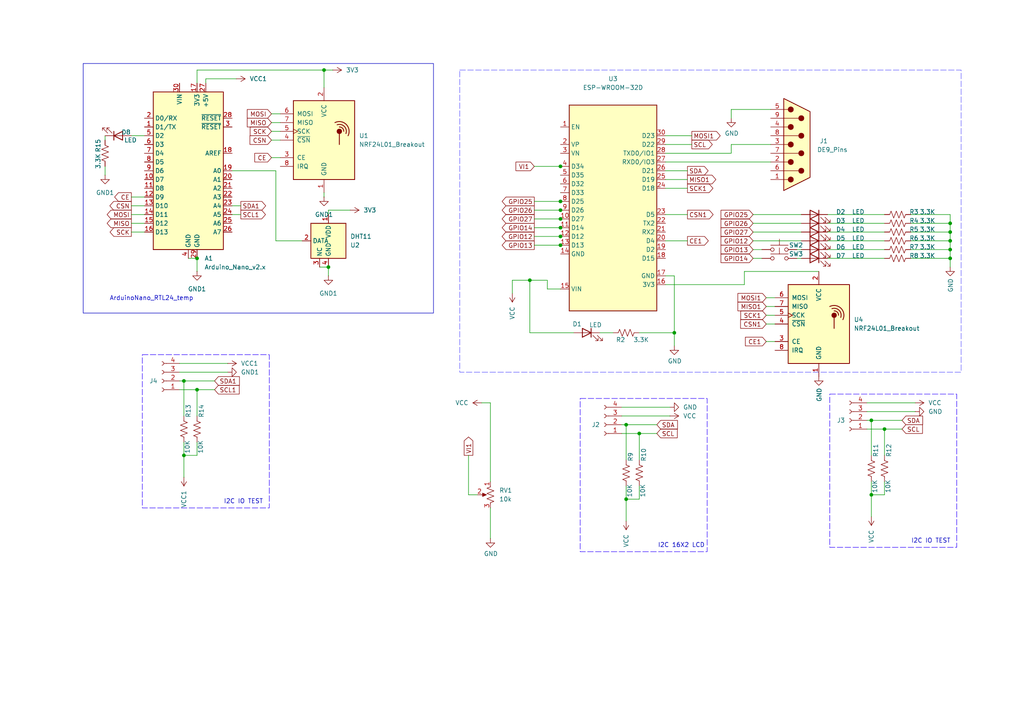
<source format=kicad_sch>
(kicad_sch (version 20250114) (generator "eeschema") (generator_version "9.0")
  (paper "A4")
  (lib_symbols
    (symbol "Add_new:ESP-WROOM-32D"
      (property "Reference" "U3" (at 0 3.81 0))
      (property "Value" "ESP-WROOM-32D" (at 0 1.27 0))
      (property "Footprint" "Add_New:ESP-WROOM-32D" (at 0 -1.27 0))
      (symbol "ESP-WROOM-32D_1_1"
        (rectangle (start -12.7 -3.81) (end 12.7 -63.5) (stroke (width 0.254)) (fill (type background)))
        (pin power_in line (at -15.24 -10.16 0) (length 2.54) (name "EN") (number "1"))
        (pin input line (at -15.24 -15.24 0) (length 2.54) (name "VP") (number "2"))
        (pin input line (at -15.24 -17.78 0) (length 2.54) (name "VN") (number "3"))
        (pin input line (at -15.24 -21.59 0) (length 2.54) (name "D34") (number "4"))
        (pin input line (at -15.24 -24.13 0) (length 2.54) (name "D35") (number "5"))
        (pin input line (at -15.24 -26.67 0) (length 2.54) (name "D32") (number "6"))
        (pin input line (at -15.24 -29.21 0) (length 2.54) (name "D33") (number "7"))
        (pin bidirectional line (at -15.24 -31.75 0) (length 2.54) (name "D25") (number "8"))
        (pin bidirectional line (at -15.24 -34.29 0) (length 2.54) (name "D26") (number "9"))
        (pin bidirectional line (at -15.24 -36.83 0) (length 2.54) (name "D27") (number "10"))
        (pin bidirectional line (at -15.24 -39.37 0) (length 2.54) (name "D14") (number "11"))
        (pin bidirectional line (at -15.24 -41.91 0) (length 2.54) (name "D12") (number "12"))
        (pin bidirectional line (at -15.24 -44.45 0) (length 2.54) (name "D13") (number "13"))
        (pin bidirectional line (at -15.24 -46.99 0) (length 2.54) (name "GND") (number "14"))
        (pin power_in line (at -15.24 -57.15 0) (length 2.54) (name "VIN") (number "15"))
        (pin bidirectional line (at 15.24 -12.7 180) (length 2.54) (name "D23") (number "30"))
        (pin bidirectional line (at 15.24 -15.24 180) (length 2.54) (name "D22") (number "29"))
        (pin bidirectional line (at 15.24 -17.78 180) (length 2.54) (name "TXD0/IO1") (number "28"))
        (pin bidirectional line (at 15.24 -20.32 180) (length 2.54) (name "RXD0/IO3") (number "27"))
        (pin bidirectional line (at 15.24 -22.86 180) (length 2.54) (name "D21") (number "26"))
        (pin bidirectional line (at 15.24 -25.4 180) (length 2.54) (name "D19") (number "25"))
        (pin bidirectional line (at 15.24 -27.94 180) (length 2.54) (name "D18") (number "24"))
        (pin bidirectional line (at 15.24 -35.56 180) (length 2.54) (name "D5") (number "23"))
        (pin bidirectional line (at 15.24 -38.1 180) (length 2.54) (name "TX2") (number "22"))
        (pin bidirectional line (at 15.24 -40.64 180) (length 2.54) (name "RX2") (number "21"))
        (pin bidirectional line (at 15.24 -43.18 180) (length 2.54) (name "D4") (number "20"))
        (pin bidirectional line (at 15.24 -45.72 180) (length 2.54) (name "D2") (number "19"))
        (pin bidirectional line (at 15.24 -48.26 180) (length 2.54) (name "D15") (number "18"))
        (pin power_in line (at 15.24 -53.34 180) (length 2.54) (name "GND") (number "17"))
        (pin power_in line (at 15.24 -55.88 180) (length 2.54) (name "3V3") (number "16"))
      )
    )
    (symbol "Connector:Conn_01x04_Socket" (pin_names (offset 1.016) (hide yes))
      (property "Reference" "J" (at 0 5.08 0))
      (property "Value" "Conn_01x04_Socket" (at 0 -7.62 0))
      (symbol "Conn_01x04_Socket_1_1"
        (polyline (pts (xy -1.27 2.54) (xy -0.508 2.54)) (stroke (width 0.1524)))
        (polyline (pts (xy -1.27 0) (xy -0.508 0)) (stroke (width 0.1524)))
        (polyline (pts (xy -1.27 -2.54) (xy -0.508 -2.54)) (stroke (width 0.1524)))
        (polyline (pts (xy -1.27 -5.08) (xy -0.508 -5.08)) (stroke (width 0.1524)))
        (arc (start 0 2.032) (mid -0.5058 2.54) (end 0 3.048) (stroke (width 0.1524)))
        (arc (start 0 -0.508) (mid -0.5058 0) (end 0 0.508) (stroke (width 0.1524)))
        (arc (start 0 -3.048) (mid -0.5058 -2.54) (end 0 -2.032) (stroke (width 0.1524)))
        (arc (start 0 -5.588) (mid -0.5058 -5.08) (end 0 -4.572) (stroke (width 0.1524)))
        (pin passive line (at -5.08 2.54 0) (length 3.81) (name "Pin_1") (number "1"))
        (pin passive line (at -5.08 0 0) (length 3.81) (name "Pin_2") (number "2"))
        (pin passive line (at -5.08 -2.54 0) (length 3.81) (name "Pin_3") (number "3"))
        (pin passive line (at -5.08 -5.08 0) (length 3.81) (name "Pin_4") (number "4"))
      )
    )
    (symbol "Connector:DE9_Pins" (pin_names (offset 1.016) (hide yes))
      (property "Reference" "J" (at 0 13.97 0))
      (property "Value" "DE9_Pins" (at 0 -14.605 0))
      (symbol "DE9_Pins_0_1"
        (polyline (pts (xy -3.81 10.16) (xy -2.54 10.16)))
        (polyline (pts (xy -3.81 7.62) (xy 0.508 7.62)))
        (polyline (pts (xy -3.81 5.08) (xy -2.54 5.08)))
        (polyline (pts (xy -3.81 2.54) (xy 0.508 2.54)))
        (polyline (pts (xy -3.81 0) (xy -2.54 0)))
        (polyline (pts (xy -3.81 -2.54) (xy 0.508 -2.54)))
        (polyline (pts (xy -3.81 -5.08) (xy -2.54 -5.08)))
        (polyline (pts (xy -3.81 -7.62) (xy 0.508 -7.62)))
        (polyline (pts (xy -3.81 -10.16) (xy -2.54 -10.16)))
        (polyline (pts (xy -3.81 -13.335) (xy -3.81 13.335) (xy 3.81 9.525) (xy 3.81 -9.525) (xy -3.81 -13.335)) (stroke (width 0.254)) (fill (type background)))
        (circle (center -1.778 10.16) (radius 0.762) (fill (type outline)))
        (circle (center -1.778 5.08) (radius 0.762) (fill (type outline)))
        (circle (center -1.778 0) (radius 0.762) (fill (type outline)))
        (circle (center -1.778 -5.08) (radius 0.762) (fill (type outline)))
        (circle (center -1.778 -10.16) (radius 0.762) (fill (type outline)))
        (circle (center 1.27 7.62) (radius 0.762) (fill (type outline)))
        (circle (center 1.27 2.54) (radius 0.762) (fill (type outline)))
        (circle (center 1.27 -2.54) (radius 0.762) (fill (type outline)))
        (circle (center 1.27 -7.62) (radius 0.762) (fill (type outline)))
      )
      (symbol "DE9_Pins_1_1"
        (pin passive line (at -7.62 10.16 0) (length 3.81) (name "5") (number "5"))
        (pin passive line (at -7.62 7.62 0) (length 3.81) (name "9") (number "9"))
        (pin passive line (at -7.62 5.08 0) (length 3.81) (name "4") (number "4"))
        (pin passive line (at -7.62 2.54 0) (length 3.81) (name "8") (number "8"))
        (pin passive line (at -7.62 0 0) (length 3.81) (name "3") (number "3"))
        (pin passive line (at -7.62 -2.54 0) (length 3.81) (name "7") (number "7"))
        (pin passive line (at -7.62 -5.08 0) (length 3.81) (name "2") (number "2"))
        (pin passive line (at -7.62 -7.62 0) (length 3.81) (name "6") (number "6"))
        (pin passive line (at -7.62 -10.16 0) (length 3.81) (name "1") (number "1"))
      )
    )
    (symbol "Device:LED" (pin_numbers (hide yes)) (pin_names (offset 1.016) (hide yes))
      (property "Reference" "D" (at 0 2.54 0))
      (property "Value" "LED" (at 0 -2.54 0))
      (symbol "LED_0_1"
        (polyline (pts (xy -3.048 -0.762) (xy -4.572 -2.286) (xy -3.81 -2.286) (xy -4.572 -2.286) (xy -4.572 -1.524)))
        (polyline (pts (xy -1.778 -0.762) (xy -3.302 -2.286) (xy -2.54 -2.286) (xy -3.302 -2.286) (xy -3.302 -1.524)))
        (polyline (pts (xy -1.27 0) (xy 1.27 0)))
        (polyline (pts (xy -1.27 -1.27) (xy -1.27 1.27)) (stroke (width 0.254)))
        (polyline (pts (xy 1.27 -1.27) (xy 1.27 1.27) (xy -1.27 0) (xy 1.27 -1.27)) (stroke (width 0.254)))
      )
      (symbol "LED_1_1"
        (pin passive line (at -3.81 0 0) (length 2.54) (name "K") (number "1"))
        (pin passive line (at 3.81 0 180) (length 2.54) (name "A") (number "2"))
      )
    )
    (symbol "Device:R_Potentiometer_US" (pin_names (offset 1.016) (hide yes))
      (property "Reference" "RV" (at -4.445 0 90))
      (property "Value" "R_Potentiometer_US" (at -2.54 0 90))
      (symbol "R_Potentiometer_US_0_1"
        (polyline (pts (xy 0 2.54) (xy 0 2.286)))
        (polyline (pts (xy 0 2.286) (xy 1.016 1.905) (xy 0 1.524) (xy -1.016 1.143) (xy 0 0.762)))
        (polyline (pts (xy 0 0.762) (xy 1.016 0.381) (xy 0 0) (xy -1.016 -0.381) (xy 0 -0.762)))
        (polyline (pts (xy 0 -0.762) (xy 1.016 -1.143) (xy 0 -1.524) (xy -1.016 -1.905) (xy 0 -2.286)))
        (polyline (pts (xy 0 -2.286) (xy 0 -2.54)))
        (polyline (pts (xy 1.143 0) (xy 2.286 0.508) (xy 2.286 -0.508) (xy 1.143 0)) (fill (type outline)))
        (polyline (pts (xy 2.54 0) (xy 1.524 0)))
      )
      (symbol "R_Potentiometer_US_1_1"
        (pin passive line (at 0 3.81 270) (length 1.27) (name "1") (number "1"))
        (pin passive line (at 0 -3.81 90) (length 1.27) (name "3") (number "3"))
        (pin passive line (at 3.81 0 180) (length 1.27) (name "2") (number "2"))
      )
    )
    (symbol "Device:R_US" (pin_numbers (hide yes)) (pin_names (offset 0))
      (property "Reference" "R" (at 2.54 0 90))
      (property "Value" "R_US" (at -2.54 0 90))
      (symbol "R_US_0_1"
        (polyline (pts (xy 0 2.286) (xy 0 2.54)))
        (polyline (pts (xy 0 2.286) (xy 1.016 1.905) (xy 0 1.524) (xy -1.016 1.143) (xy 0 0.762)))
        (polyline (pts (xy 0 0.762) (xy 1.016 0.381) (xy 0 0) (xy -1.016 -0.381) (xy 0 -0.762)))
        (polyline (pts (xy 0 -0.762) (xy 1.016 -1.143) (xy 0 -1.524) (xy -1.016 -1.905) (xy 0 -2.286)))
        (polyline (pts (xy 0 -2.286) (xy 0 -2.54)))
      )
      (symbol "R_US_1_1"
        (pin passive line (at 0 3.81 270) (length 1.27) (name "~") (number "1"))
        (pin passive line (at 0 -3.81 90) (length 1.27) (name "~") (number "2"))
      )
    )
    (symbol "MCU_Module:Arduino_Nano_v2.x"
      (property "Reference" "A" (at -10.16 23.495 0))
      (property "Value" "Arduino_Nano_v2.x" (at 5.08 -24.13 0))
      (symbol "Arduino_Nano_v2.x_0_1"
        (rectangle (start -10.16 22.86) (end 10.16 -22.86) (stroke (width 0.254)) (fill (type background)))
      )
      (symbol "Arduino_Nano_v2.x_1_1"
        (pin bidirectional line (at -12.7 15.24 0) (length 2.54) (name "D0/RX") (number "2"))
        (pin bidirectional line (at -12.7 12.7 0) (length 2.54) (name "D1/TX") (number "1"))
        (pin bidirectional line (at -12.7 10.16 0) (length 2.54) (name "D2") (number "5"))
        (pin bidirectional line (at -12.7 7.62 0) (length 2.54) (name "D3") (number "6"))
        (pin bidirectional line (at -12.7 5.08 0) (length 2.54) (name "D4") (number "7"))
        (pin bidirectional line (at -12.7 2.54 0) (length 2.54) (name "D5") (number "8"))
        (pin bidirectional line (at -12.7 0 0) (length 2.54) (name "D6") (number "9"))
        (pin bidirectional line (at -12.7 -2.54 0) (length 2.54) (name "D7") (number "10"))
        (pin bidirectional line (at -12.7 -5.08 0) (length 2.54) (name "D8") (number "11"))
        (pin bidirectional line (at -12.7 -7.62 0) (length 2.54) (name "D9") (number "12"))
        (pin bidirectional line (at -12.7 -10.16 0) (length 2.54) (name "D10") (number "13"))
        (pin bidirectional line (at -12.7 -12.7 0) (length 2.54) (name "D11") (number "14"))
        (pin bidirectional line (at -12.7 -15.24 0) (length 2.54) (name "D12") (number "15"))
        (pin bidirectional line (at -12.7 -17.78 0) (length 2.54) (name "D13") (number "16"))
        (pin power_in line (at -2.54 25.4 270) (length 2.54) (name "VIN") (number "30"))
        (pin power_in line (at 0 -25.4 90) (length 2.54) (name "GND") (number "4"))
        (pin power_out line (at 2.54 25.4 270) (length 2.54) (name "3V3") (number "17"))
        (pin power_in line (at 2.54 -25.4 90) (length 2.54) (name "GND") (number "29"))
        (pin power_out line (at 5.08 25.4 270) (length 2.54) (name "+5V") (number "27"))
        (pin input line (at 12.7 15.24 180) (length 2.54) (name "~{RESET}") (number "28"))
        (pin input line (at 12.7 12.7 180) (length 2.54) (name "~{RESET}") (number "3"))
        (pin input line (at 12.7 5.08 180) (length 2.54) (name "AREF") (number "18"))
        (pin bidirectional line (at 12.7 0 180) (length 2.54) (name "A0") (number "19"))
        (pin bidirectional line (at 12.7 -2.54 180) (length 2.54) (name "A1") (number "20"))
        (pin bidirectional line (at 12.7 -5.08 180) (length 2.54) (name "A2") (number "21"))
        (pin bidirectional line (at 12.7 -7.62 180) (length 2.54) (name "A3") (number "22"))
        (pin bidirectional line (at 12.7 -10.16 180) (length 2.54) (name "A4") (number "23"))
        (pin bidirectional line (at 12.7 -12.7 180) (length 2.54) (name "A5") (number "24"))
        (pin bidirectional line (at 12.7 -15.24 180) (length 2.54) (name "A6") (number "25"))
        (pin bidirectional line (at 12.7 -17.78 180) (length 2.54) (name "A7") (number "26"))
      )
    )
    (symbol "RF:NRF24L01_Breakout" (pin_names (offset 1.016))
      (property "Reference" "U" (at -8.89 12.7 0))
      (property "Value" "NRF24L01_Breakout" (at 3.81 12.7 0))
      (symbol "NRF24L01_Breakout_0_1"
        (rectangle (start -8.89 11.43) (end 8.89 -11.43) (stroke (width 0.254)) (fill (type background)))
        (arc (start 3.175 5.08) (mid 6.453 4.548) (end 6.985 1.27) (stroke (width 0.254)))
        (circle (center 4.445 2.54) (radius 0.635) (stroke (width 0.254)) (fill (type outline)))
        (polyline (pts (xy 4.445 1.905) (xy 4.445 -1.27)) (stroke (width 0.254)))
        (arc (start 3.81 4.445) (mid 5.8835 3.9785) (end 6.35 1.905) (stroke (width 0.254)))
        (arc (start 4.445 3.81) (mid 5.3558 3.4508) (end 5.715 2.54) (stroke (width 0.254)))
      )
      (symbol "NRF24L01_Breakout_1_1"
        (pin input line (at -12.7 7.62 0) (length 3.81) (name "MOSI") (number "6"))
        (pin output line (at -12.7 5.08 0) (length 3.81) (name "MISO") (number "7"))
        (pin input clock (at -12.7 2.54 0) (length 3.81) (name "SCK") (number "5"))
        (pin input line (at -12.7 0 0) (length 3.81) (name "~{CSN}") (number "4"))
        (pin input line (at -12.7 -5.08 0) (length 3.81) (name "CE") (number "3"))
        (pin output line (at -12.7 -7.62 0) (length 3.81) (name "IRQ") (number "8"))
        (pin power_in line (at 0 15.24 270) (length 3.81) (name "VCC") (number "2"))
        (pin power_in line (at 0 -15.24 90) (length 3.81) (name "GND") (number "1"))
      )
    )
    (symbol "Sensor:DHT11"
      (property "Reference" "U2" (at -6.35 -1.2701 0))
      (property "Value" "DHT11" (at -6.35 1.2699 0))
      (symbol "DHT11_0_1"
        (rectangle (start -5.08 5.08) (end 5.08 -5.08) (stroke (width 0.254)) (fill (type background)))
      )
      (symbol "DHT11_1_1"
        (pin no_connect line (at -5.08 0 0) (length 2.54) (hide yes) (name "NC") (number "3"))
        (pin power_in line (at 0 7.62 270) (length 2.54) (name "VDD") (number "1"))
        (pin power_in line (at 0 -7.62 90) (length 2.54) (name "GND") (number "4"))
        (pin power_in line (at 2.54 -7.62 90) (length 2.54) (name "NC") (number "3"))
        (pin bidirectional line (at 7.62 0 180) (length 2.54) (name "DATA") (number "2"))
      )
    )
    (symbol "Switch:SW_Push" (pin_numbers (hide yes)) (pin_names (offset 1.016) (hide yes))
      (property "Reference" "SW" (at 1.27 2.54 0))
      (property "Value" "SW_Push" (at 0 -1.524 0))
      (symbol "SW_Push_0_1"
        (circle (center -2.032 0) (radius 0.508))
        (polyline (pts (xy 0 1.27) (xy 0 3.048)))
        (circle (center 2.032 0) (radius 0.508))
        (polyline (pts (xy 2.54 1.27) (xy -2.54 1.27)))
        (pin passive line (at -5.08 0 0) (length 2.54) (name "1") (number "1"))
        (pin passive line (at 5.08 0 180) (length 2.54) (name "2") (number "2"))
      )
    )
    (symbol "power:GND" (power) (pin_numbers (hide yes)) (pin_names (offset 0) (hide yes))
      (property "Value" "GND" (at 0 -3.81 0))
      (symbol "GND_0_1"
        (polyline (pts (xy 0 0) (xy 0 -1.27) (xy 1.27 -1.27) (xy 0 -2.54) (xy -1.27 -1.27) (xy 0 -1.27)))
      )
      (symbol "GND_1_1"
        (pin power_in line (at 0 0 270) (length 0) (name "~") (number "1"))
      )
    )
    (symbol "power:VCC" (power) (pin_numbers (hide yes)) (pin_names (offset 0) (hide yes))
      (property "Value" "VCC" (at 0 3.556 0))
      (symbol "VCC_0_1"
        (polyline (pts (xy -0.762 1.27) (xy 0 2.54)))
        (polyline (pts (xy 0 2.54) (xy 0.762 1.27)))
        (polyline (pts (xy 0 0) (xy 0 2.54)))
      )
      (symbol "VCC_1_1"
        (pin power_in line (at 0 0 90) (length 0) (name "~") (number "1"))
      )
    )
  )
  (rectangle (start 240.665 114.3) (end 277.495 158.75) (stroke (width 0) (type dash) (color 50 9 255 1)))
  (rectangle (start 133.35 20.32) (end 278.765 107.95) (stroke (width 0) (type dash) (color 99 93 255 1)))
  (rectangle (start 41.275 102.87) (end 78.105 147.32) (stroke (width 0) (type dash) (color 50 9 255 1)))
  (rectangle (start 168.275 115.57) (end 205.105 160.02) (stroke (width 0) (type dash) (color 50 9 255 1)))
  (rectangle (start 24.13 18.415) (end 125.73 90.805))
  (text "I2C IO TEST" (at 270.002 156.972 0) (effects (font (size 1.27 1.27))))
  (text "I2C 16X2 LCD" (at 197.612 158.242 0) (effects (font (size 1.27 1.27))))
  (text "I2C IO TEST" (at 70.612 145.542 0) (effects (font (size 1.27 1.27))))
  (text "ArduinoNano_RTL24_temp" (at 43.942 86.614 0) (effects (font (size 1.27 1.27))))
  (junction (at 185.42 125.73))
  (junction (at 256.54 124.46))
  (junction (at 162.56 66.04))
  (junction (at 57.15 113.03))
  (junction (at 252.73 121.92))
  (junction (at 275.59 72.39))
  (junction (at 93.98 20.32))
  (junction (at 162.56 60.96))
  (junction (at 95.25 77.47))
  (junction (at 162.56 48.26))
  (junction (at 275.59 74.93))
  (junction (at 162.56 63.5))
  (junction (at 181.61 144.78))
  (junction (at 53.34 110.49))
  (junction (at 181.61 123.19))
  (junction (at 195.58 96.52))
  (junction (at 252.73 143.51))
  (junction (at 153.67 81.28))
  (junction (at 275.59 67.31))
  (junction (at 162.56 71.12))
  (junction (at 53.34 132.08))
  (junction (at 57.15 74.93))
  (junction (at 162.56 68.58))
  (junction (at 162.56 58.42))
  (junction (at 275.59 64.77))
  (junction (at 275.59 69.85))
  (wire (pts (xy 162.56 68.58) (xy 162.5849 68.58)))
  (wire (pts (xy 162.5849 63.5) (xy 162.56 63.5)))
  (wire (pts (xy 30.48 48.26) (xy 30.48 50.8)))
  (wire (pts (xy 275.59 62.23) (xy 275.59 64.77)))
  (wire (pts (xy 68.58 22.86) (xy 59.69 22.86)))
  (wire (pts (xy 57.15 113.03) (xy 57.15 120.65)))
  (wire (pts (xy 67.31 59.69) (xy 69.85 59.69)))
  (wire (pts (xy 38.1 59.69) (xy 41.91 59.69)))
  (wire (pts (xy 158.75 83.82) (xy 162.56 83.82)))
  (wire (pts (xy 252.73 121.92) (xy 261.62 121.92)))
  (wire (pts (xy 181.61 144.78) (xy 181.61 151.13)))
  (wire (pts (xy 92.71 77.47) (xy 95.25 77.47)))
  (wire (pts (xy 138.43 143.51) (xy 135.89 143.51)))
  (wire (pts (xy 185.42 140.97) (xy 185.42 144.78)))
  (wire (pts (xy 218.44 62.23) (xy 232.41 62.23)))
  (wire (pts (xy 67.31 49.53) (xy 80.01 49.53)))
  (wire (pts (xy 275.59 74.93) (xy 275.59 77.47)))
  (wire (pts (xy 222.25 99.06) (xy 224.79 99.06)))
  (wire (pts (xy 193.04 52.07) (xy 199.39 52.07)))
  (wire (pts (xy 53.34 128.27) (xy 53.34 132.08)))
  (wire (pts (xy 275.59 72.39) (xy 275.59 74.93)))
  (wire (pts (xy 153.67 81.28) (xy 158.75 81.28)))
  (wire (pts (xy 53.34 110.49) (xy 62.23 110.49)))
  (wire (pts (xy 181.61 123.19) (xy 190.5 123.19)))
  (wire (pts (xy 80.01 69.85) (xy 87.63 69.85)))
  (wire (pts (xy 222.25 93.98) (xy 224.79 93.98)))
  (wire (pts (xy 193.04 44.45) (xy 212.09 44.45)))
  (wire (pts (xy 166.37 96.52) (xy 153.67 96.52)))
  (wire (pts (xy 240.03 64.77) (xy 256.54 64.77)))
  (wire (pts (xy 180.34 125.73) (xy 185.42 125.73)))
  (wire (pts (xy 212.09 41.91) (xy 223.52 41.91)))
  (wire (pts (xy 162.5849 58.42) (xy 162.56 58.42)))
  (wire (pts (xy 193.04 69.85) (xy 199.39 69.85)))
  (wire (pts (xy 57.15 128.27) (xy 57.15 132.08)))
  (wire (pts (xy 256.54 124.46) (xy 261.62 124.46)))
  (wire (pts (xy 95.25 60.96) (xy 101.6 60.96)))
  (wire (pts (xy 67.31 62.23) (xy 69.85 62.23)))
  (wire (pts (xy 80.01 49.53) (xy 80.01 69.85)))
  (wire (pts (xy 240.03 72.39) (xy 256.54 72.39)))
  (wire (pts (xy 195.58 80.01) (xy 195.58 96.52)))
  (wire (pts (xy 162.5849 55.88) (xy 162.56 55.88)))
  (wire (pts (xy 142.24 116.84) (xy 139.7 116.84)))
  (wire (pts (xy 57.15 132.08) (xy 53.34 132.08)))
  (wire (pts (xy 38.1 39.37) (xy 41.91 39.37)))
  (wire (pts (xy 193.04 54.61) (xy 199.39 54.61)))
  (wire (pts (xy 38.1 57.15) (xy 41.91 57.15)))
  (wire (pts (xy 240.03 62.23) (xy 256.54 62.23)))
  (wire (pts (xy 215.9 82.55) (xy 215.9 78.74)))
  (wire (pts (xy 256.54 124.46) (xy 256.54 132.08)))
  (wire (pts (xy 162.5849 53.34) (xy 162.56 53.34)))
  (wire (pts (xy 240.03 69.85) (xy 256.54 69.85)))
  (wire (pts (xy 218.44 64.77) (xy 232.41 64.77)))
  (wire (pts (xy 52.07 107.95) (xy 66.04 107.95)))
  (wire (pts (xy 53.34 110.49) (xy 53.34 120.65)))
  (wire (pts (xy 218.44 72.39) (xy 220.98 72.39)))
  (wire (pts (xy 185.42 96.52) (xy 195.58 96.52)))
  (wire (pts (xy 240.03 67.31) (xy 256.54 67.31)))
  (wire (pts (xy 135.89 143.51) (xy 135.89 132.08)))
  (wire (pts (xy 264.16 67.31) (xy 275.59 67.31)))
  (wire (pts (xy 212.09 31.75) (xy 212.09 34.29)))
  (wire (pts (xy 162.56 60.96) (xy 162.5849 60.96)))
  (wire (pts (xy 57.15 24.13) (xy 57.15 20.32)))
  (wire (pts (xy 78.74 35.56) (xy 81.28 35.56)))
  (wire (pts (xy 251.46 124.46) (xy 256.54 124.46)))
  (wire (pts (xy 158.75 81.28) (xy 158.75 83.82)))
  (wire (pts (xy 154.9649 60.96) (xy 162.56 60.96)))
  (wire (pts (xy 264.16 72.39) (xy 275.59 72.39)))
  (wire (pts (xy 193.04 62.23) (xy 199.39 62.23)))
  (wire (pts (xy 251.46 121.92) (xy 252.73 121.92)))
  (wire (pts (xy 215.9 78.74) (xy 237.49 78.74)))
  (wire (pts (xy 57.15 20.32) (xy 93.98 20.32)))
  (wire (pts (xy 173.99 96.52) (xy 177.8 96.52)))
  (wire (pts (xy 185.42 125.73) (xy 190.5 125.73)))
  (wire (pts (xy 30.48 39.37) (xy 30.48 40.64)))
  (wire (pts (xy 264.16 62.23) (xy 275.59 62.23)))
  (wire (pts (xy 180.34 118.11) (xy 194.31 118.11)))
  (wire (pts (xy 78.74 38.1) (xy 81.28 38.1)))
  (wire (pts (xy 180.34 123.19) (xy 181.61 123.19)))
  (wire (pts (xy 264.16 74.93) (xy 275.59 74.93)))
  (wire (pts (xy 78.74 40.64) (xy 81.28 40.64)))
  (wire (pts (xy 162.56 66.04) (xy 162.5849 66.04)))
  (wire (pts (xy 38.1 62.23) (xy 41.91 62.23)))
  (wire (pts (xy 53.34 132.08) (xy 53.34 138.43)))
  (wire (pts (xy 153.67 96.52) (xy 153.67 81.28)))
  (wire (pts (xy 195.58 96.52) (xy 195.58 100.33)))
  (wire (pts (xy 275.59 64.77) (xy 275.59 67.31)))
  (wire (pts (xy 93.98 55.88) (xy 93.98 57.15)))
  (wire (pts (xy 275.59 69.85) (xy 275.59 72.39)))
  (wire (pts (xy 93.98 20.32) (xy 93.98 25.4)))
  (wire (pts (xy 218.44 67.31) (xy 232.41 67.31)))
  (wire (pts (xy 222.25 86.36) (xy 224.79 86.36)))
  (wire (pts (xy 251.46 119.38) (xy 265.43 119.38)))
  (wire (pts (xy 256.54 139.7) (xy 256.54 143.51)))
  (wire (pts (xy 275.59 67.31) (xy 275.59 69.85)))
  (wire (pts (xy 57.15 74.93) (xy 57.15 78.74)))
  (wire (pts (xy 38.1 67.31) (xy 41.91 67.31)))
  (wire (pts (xy 193.04 49.53) (xy 199.39 49.53)))
  (wire (pts (xy 193.04 41.91) (xy 200.66 41.91)))
  (wire (pts (xy 193.04 46.99) (xy 223.52 46.99)))
  (wire (pts (xy 162.5849 50.8) (xy 162.56 50.8)))
  (wire (pts (xy 193.04 39.37) (xy 200.66 39.37)))
  (wire (pts (xy 162.5849 48.26) (xy 162.56 48.26)))
  (wire (pts (xy 142.24 116.84) (xy 142.24 139.7)))
  (wire (pts (xy 52.07 110.49) (xy 53.34 110.49)))
  (wire (pts (xy 180.34 120.65) (xy 194.31 120.65)))
  (wire (pts (xy 218.44 69.85) (xy 232.41 69.85)))
  (wire (pts (xy 193.04 80.01) (xy 195.58 80.01)))
  (wire (pts (xy 54.61 74.93) (xy 57.15 74.93)))
  (wire (pts (xy 212.09 41.91) (xy 212.09 44.45)))
  (wire (pts (xy 231.14 74.93) (xy 232.41 74.93)))
  (wire (pts (xy 212.09 31.75) (xy 223.52 31.75)))
  (wire (pts (xy 38.1 64.77) (xy 41.91 64.77)))
  (wire (pts (xy 218.44 74.93) (xy 220.98 74.93)))
  (wire (pts (xy 181.61 140.97) (xy 181.61 144.78)))
  (wire (pts (xy 154.9649 71.12) (xy 162.56 71.12)))
  (wire (pts (xy 93.98 20.32) (xy 96.52 20.32)))
  (wire (pts (xy 78.74 45.72) (xy 81.28 45.72)))
  (wire (pts (xy 240.03 74.93) (xy 256.54 74.93)))
  (wire (pts (xy 52.07 113.03) (xy 57.15 113.03)))
  (wire (pts (xy 264.16 69.85) (xy 275.59 69.85)))
  (wire (pts (xy 154.9649 66.04) (xy 162.56 66.04)))
  (wire (pts (xy 95.25 77.47) (xy 95.25 80.01)))
  (wire (pts (xy 162.56 48.26) (xy 154.9649 48.26)))
  (wire (pts (xy 256.54 143.51) (xy 252.73 143.51)))
  (wire (pts (xy 162.56 58.42) (xy 154.9649 58.42)))
  (wire (pts (xy 252.73 121.92) (xy 252.73 132.08)))
  (wire (pts (xy 222.25 91.44) (xy 224.79 91.44)))
  (wire (pts (xy 264.16 64.77) (xy 275.59 64.77)))
  (wire (pts (xy 252.73 139.7) (xy 252.73 143.51)))
  (wire (pts (xy 251.46 116.84) (xy 265.43 116.84)))
  (wire (pts (xy 185.42 125.73) (xy 185.42 133.35)))
  (wire (pts (xy 148.59 81.28) (xy 153.67 81.28)))
  (wire (pts (xy 222.25 88.9) (xy 224.79 88.9)))
  (wire (pts (xy 57.15 113.03) (xy 62.23 113.03)))
  (wire (pts (xy 181.61 123.19) (xy 181.61 133.35)))
  (wire (pts (xy 193.04 82.55) (xy 215.9 82.55)))
  (wire (pts (xy 148.59 81.28) (xy 148.59 85.09)))
  (wire (pts (xy 252.73 143.51) (xy 252.73 149.86)))
  (wire (pts (xy 52.07 105.41) (xy 66.04 105.41)))
  (wire (pts (xy 231.14 72.39) (xy 232.41 72.39)))
  (wire (pts (xy 185.42 144.78) (xy 181.61 144.78)))
  (wire (pts (xy 154.94 68.58) (xy 162.56 68.58)))
  (wire (pts (xy 59.69 22.86) (xy 59.69 24.13)))
  (wire (pts (xy 78.74 33.02) (xy 81.28 33.02)))
  (wire (pts (xy 95.25 60.96) (xy 95.25 62.23)))
  (wire (pts (xy 162.56 71.12) (xy 162.5849 71.12)))
  (wire (pts (xy 162.56 63.5) (xy 154.9649 63.5)))
  (wire (pts (xy 142.24 147.32) (xy 142.24 156.21)))
  (global_label "MOSI" (shape input) (at 78.74 33.02 180) (property "Intersheetrefs" "${INTERSHEET_REFS}" (effects (hide yes))))
  (global_label "GPIO12" (shape input) (at 218.44 69.85 180) (property "Intersheetrefs" "${INTERSHEET_REFS}" (effects (hide yes))))
  (global_label "VI1" (shape output) (at 135.89 132.08 90) (property "Intersheetrefs" "${INTERSHEET_REFS}" (effects (hide yes))))
  (global_label "MISO" (shape input) (at 78.74 35.56 180) (property "Intersheetrefs" "${INTERSHEET_REFS}" (effects (hide yes))))
  (global_label "SCL" (shape output) (at 200.66 41.91 0) (property "Intersheetrefs" "${INTERSHEET_REFS}" (effects (hide yes))))
  (global_label "SDA1" (shape input) (at 62.23 110.49 0) (property "Intersheetrefs" "${INTERSHEET_REFS}" (effects (hide yes))))
  (global_label "GPIO25" (shape output) (at 154.9649 58.42 180) (property "Intersheetrefs" "${INTERSHEET_REFS}" (effects (hide yes))))
  (global_label "GPIO14" (shape output) (at 154.9649 66.04 180) (property "Intersheetrefs" "${INTERSHEET_REFS}" (effects (hide yes))))
  (global_label "CSN1" (shape output) (at 199.39 62.23 0) (property "Intersheetrefs" "${INTERSHEET_REFS}" (effects (hide yes))))
  (global_label "SCK" (shape input) (at 78.74 38.1 180) (property "Intersheetrefs" "${INTERSHEET_REFS}" (effects (hide yes))))
  (global_label "CE" (shape input) (at 78.74 45.72 180) (property "Intersheetrefs" "${INTERSHEET_REFS}" (effects (hide yes))))
  (global_label "GPIO27" (shape output) (at 154.9649 63.5 180) (property "Intersheetrefs" "${INTERSHEET_REFS}" (effects (hide yes))))
  (global_label "SCK1" (shape output) (at 199.39 54.61 0) (property "Intersheetrefs" "${INTERSHEET_REFS}" (effects (hide yes))))
  (global_label "MOSI" (shape output) (at 38.1 62.23 180) (property "Intersheetrefs" "${INTERSHEET_REFS}" (effects (hide yes))))
  (global_label "SCL" (shape input) (at 190.5 125.73 0) (property "Intersheetrefs" "${INTERSHEET_REFS}" (effects (hide yes))))
  (global_label "MISO1" (shape output) (at 199.39 52.07 0) (property "Intersheetrefs" "${INTERSHEET_REFS}" (effects (hide yes))))
  (global_label "SCL1" (shape output) (at 69.85 62.23 0) (property "Intersheetrefs" "${INTERSHEET_REFS}" (effects (hide yes))))
  (global_label "CSN" (shape input) (at 78.74 40.64 180) (property "Intersheetrefs" "${INTERSHEET_REFS}" (effects (hide yes))))
  (global_label "CSN" (shape output) (at 38.1 59.69 180) (property "Intersheetrefs" "${INTERSHEET_REFS}" (effects (hide yes))))
  (global_label "GPIO14" (shape input) (at 218.44 74.93 180) (property "Intersheetrefs" "${INTERSHEET_REFS}" (effects (hide yes))))
  (global_label "CE" (shape output) (at 38.1 57.15 180) (property "Intersheetrefs" "${INTERSHEET_REFS}" (effects (hide yes))))
  (global_label "SCL" (shape input) (at 261.62 124.46 0) (property "Intersheetrefs" "${INTERSHEET_REFS}" (effects (hide yes))))
  (global_label "MOSI1" (shape output) (at 200.66 39.37 0) (property "Intersheetrefs" "${INTERSHEET_REFS}" (effects (hide yes))))
  (global_label "GPIO25" (shape input) (at 218.44 62.23 180) (property "Intersheetrefs" "${INTERSHEET_REFS}" (effects (hide yes))))
  (global_label "SDA" (shape output) (at 199.39 49.53 0) (property "Intersheetrefs" "${INTERSHEET_REFS}" (effects (hide yes))))
  (global_label "SDA" (shape input) (at 190.5 123.19 0) (property "Intersheetrefs" "${INTERSHEET_REFS}" (effects (hide yes))))
  (global_label "GPIO12" (shape output) (at 154.94 68.58 180) (property "Intersheetrefs" "${INTERSHEET_REFS}" (effects (hide yes))))
  (global_label "SCL1" (shape input) (at 62.23 113.03 0) (property "Intersheetrefs" "${INTERSHEET_REFS}" (effects (hide yes))))
  (global_label "CE1" (shape input) (at 222.25 99.06 180) (property "Intersheetrefs" "${INTERSHEET_REFS}" (effects (hide yes))))
  (global_label "MOSI1" (shape input) (at 222.25 86.36 180) (property "Intersheetrefs" "${INTERSHEET_REFS}" (effects (hide yes))))
  (global_label "SCK" (shape output) (at 38.1 67.31 180) (property "Intersheetrefs" "${INTERSHEET_REFS}" (effects (hide yes))))
  (global_label "VI1" (shape input) (at 154.9649 48.26 180) (property "Intersheetrefs" "${INTERSHEET_REFS}" (effects (hide yes))))
  (global_label "GPIO26" (shape input) (at 218.44 64.77 180) (property "Intersheetrefs" "${INTERSHEET_REFS}" (effects (hide yes))))
  (global_label "MISO" (shape output) (at 38.1 64.77 180) (property "Intersheetrefs" "${INTERSHEET_REFS}" (effects (hide yes))))
  (global_label "SDA" (shape input) (at 261.62 121.92 0) (property "Intersheetrefs" "${INTERSHEET_REFS}" (effects (hide yes))))
  (global_label "CSN1" (shape input) (at 222.25 93.98 180) (property "Intersheetrefs" "${INTERSHEET_REFS}" (effects (hide yes))))
  (global_label "GPIO13" (shape output) (at 154.9649 71.12 180) (property "Intersheetrefs" "${INTERSHEET_REFS}" (effects (hide yes))))
  (global_label "CE1" (shape output) (at 199.39 69.85 0) (property "Intersheetrefs" "${INTERSHEET_REFS}" (effects (hide yes))))
  (global_label "GPIO13" (shape input) (at 218.44 72.39 180) (property "Intersheetrefs" "${INTERSHEET_REFS}" (effects (hide yes))))
  (global_label "SCK1" (shape input) (at 222.25 91.44 180) (property "Intersheetrefs" "${INTERSHEET_REFS}" (effects (hide yes))))
  (global_label "GPIO26" (shape output) (at 154.9649 60.96 180) (property "Intersheetrefs" "${INTERSHEET_REFS}" (effects (hide yes))))
  (global_label "SDA1" (shape output) (at 69.85 59.69 0) (property "Intersheetrefs" "${INTERSHEET_REFS}" (effects (hide yes))))
  (global_label "MISO1" (shape input) (at 222.25 88.9 180) (property "Intersheetrefs" "${INTERSHEET_REFS}" (effects (hide yes))))
  (global_label "GPIO27" (shape input) (at 218.44 67.31 180) (property "Intersheetrefs" "${INTERSHEET_REFS}" (effects (hide yes))))
  (symbol (lib_id "power:GND") (at 275.59 77.47 0) (unit 1)
    (property "Reference" "#PWR034" (effects (hide yes)))
    (property "Value" "GND" (at 275.717 80.7212 90) (effects (justify right)))
  )
  (symbol (lib_id "power:GND") (at 30.48 50.8 0) (unit 1)
    (property "Reference" "#PWR09" (effects (hide yes)))
    (property "Value" "GND1" (at 30.48 55.88 0))
    (property "Description" "Power symbol creates a global label with name \"GND\" , ground" (effects (hide yes)))
  )
  (symbol (lib_id "Switch:SW_Push") (at 226.06 74.93 0) (unit 1)
    (property "Reference" "SW3" (at 230.886 73.66 0))
    (property "Value" "SW_Push" (effects (hide yes)))
    (property "Footprint" "Button_Switch_THT:SW_DIP_SPSTx01_Slide_6.7x4.1mm_W7.62mm_P2.54mm_LowProfile" (effects (hide yes)))
    (property "Description" "Push button switch, generic, two pins" (effects (hide yes)))
  )
  (symbol (lib_id "power:VCC") (at 66.04 105.41 270) (unit 1)
    (property "Reference" "#PWR039" (effects (hide yes)))
    (property "Value" "VCC1" (at 69.85 105.41 90) (effects (justify left)))
  )
  (symbol (lib_id "Device:LED") (at 236.22 74.93 0) (mirror y) (unit 1)
    (property "Reference" "D7" (at 243.84 74.168 0))
    (property "Value" "LED" (at 248.92 74.168 0))
    (property "Footprint" "LED_THT:LED_D3.0mm_Horizontal_O1.27mm_Z2.0mm" (effects (hide yes)))
    (property "Description" "Light emitting diode" (effects (hide yes)))
    (property "Sim.Pins" "1=K 2=A" (effects (hide yes)))
  )
  (symbol (lib_id "Device:R_US") (at 185.42 137.16 0) (unit 1)
    (property "Reference" "R10" (at 186.69 133.858 90) (effects (justify left)))
    (property "Value" "10K" (at 186.436 144.272 90) (effects (justify left)))
    (property "Footprint" "Resistor_THT:R_Axial_DIN0204_L3.6mm_D1.6mm_P5.08mm_Horizontal" (effects (hide yes)))
    (property "Description" "Resistor, US symbol" (effects (hide yes)))
  )
  (symbol (lib_id "power:GND") (at 93.98 57.15 0) (unit 1)
    (property "Reference" "#PWR03" (effects (hide yes)))
    (property "Value" "GND1" (at 93.98 62.23 0))
    (property "Description" "Power symbol creates a global label with name \"GND\" , ground" (effects (hide yes)))
  )
  (symbol (lib_id "Device:LED") (at 170.18 96.52 0) (mirror y) (unit 1)
    (property "Reference" "D1" (at 167.386 93.98 0))
    (property "Value" "LED" (at 172.72 94.234 0))
    (property "Footprint" "LED_THT:LED_D3.0mm_Horizontal_O1.27mm_Z2.0mm" (effects (hide yes)))
    (property "Description" "Light emitting diode" (effects (hide yes)))
    (property "Sim.Pins" "1=K 2=A" (effects (hide yes)))
  )
  (symbol (lib_id "power:GND") (at 66.04 107.95 90) (unit 1)
    (property "Reference" "#PWR040" (effects (hide yes)))
    (property "Value" "GND1" (at 69.85 107.9499 90) (effects (justify right)))
    (property "Description" "Power symbol creates a global label with name \"GND\" , ground" (effects (hide yes)))
  )
  (symbol (lib_id "Connector:Conn_01x04_Socket") (at 175.26 123.19 180) (unit 1)
    (property "Reference" "J2" (at 173.99 123.1901 0) (effects (justify left)))
    (property "Value" "Conn_01x04_Socket" (effects (hide yes)))
    (property "Footprint" "Add_New:CONN_PPPC041LGBN-RC_SUL" (effects (hide yes)))
    (property "Description" "Generic connector, single row, 01x04, script generated" (effects (hide yes)))
  )
  (symbol (lib_id "Device:R_US") (at 256.54 135.89 0) (unit 1)
    (property "Reference" "R12" (at 257.81 132.588 90) (effects (justify left)))
    (property "Value" "10K" (at 257.556 143.002 90) (effects (justify left)))
    (property "Footprint" "Resistor_THT:R_Axial_DIN0204_L3.6mm_D1.6mm_P5.08mm_Horizontal" (effects (hide yes)))
    (property "Description" "Resistor, US symbol" (effects (hide yes)))
  )
  (symbol (lib_id "Device:R_US") (at 252.73 135.89 0) (unit 1)
    (property "Reference" "R11" (at 254 132.588 90) (effects (justify left)))
    (property "Value" "10K" (at 253.746 143.002 90) (effects (justify left)))
    (property "Footprint" "Resistor_THT:R_Axial_DIN0204_L3.6mm_D1.6mm_P5.08mm_Horizontal" (effects (hide yes)))
    (property "Description" "Resistor, US symbol" (effects (hide yes)))
  )
  (symbol (lib_id "power:VCC") (at 101.6 60.96 270) (unit 1)
    (property "Reference" "#PWR06" (effects (hide yes)))
    (property "Value" "3V3" (at 105.41 60.9599 90) (effects (justify left)))
    (property "Description" "Power symbol creates a global label with name \"VCC\"" (effects (hide yes)))
  )
  (symbol (lib_id "power:VCC") (at 194.31 120.65 270) (unit 1)
    (property "Reference" "#PWR027" (effects (hide yes)))
    (property "Value" "VCC" (at 198.12 120.65 90) (effects (justify left)))
  )
  (symbol (lib_id "MCU_Module:Arduino_Nano_v2.x") (at 54.61 49.53 0) (unit 1)
    (property "Reference" "A1" (at 59.2933 74.93 0) (effects (justify left)))
    (property "Value" "Arduino_Nano_v2.x" (at 59.2933 77.47 0) (effects (justify left)))
    (property "Footprint" "Module:Arduino_Nano" (effects (hide yes)))
    (property "Datasheet" "https://www.arduino.cc/en/uploads/Main/ArduinoNanoManual23.pdf" (effects (hide yes)))
    (property "Description" "Arduino Nano v2.x" (effects (hide yes)))
  )
  (symbol (lib_id "Connector:Conn_01x04_Socket") (at 246.38 121.92 180) (unit 1)
    (property "Reference" "J3" (at 245.11 121.9201 0) (effects (justify left)))
    (property "Value" "Conn_01x04_Socket" (effects (hide yes)))
    (property "Footprint" "Add_New:CONN_PPPC041LGBN-RC_SUL" (effects (hide yes)))
    (property "Description" "Generic connector, single row, 01x04, script generated" (effects (hide yes)))
  )
  (symbol (lib_id "power:VCC") (at 139.7 116.84 90) (mirror x) (unit 1)
    (property "Reference" "#PWR07" (effects (hide yes)))
    (property "Value" "VCC" (at 135.89 116.84 90) (effects (justify left)))
  )
  (symbol (lib_id "Device:R_US") (at 260.35 74.93 90) (unit 1)
    (property "Reference" "R8" (at 266.446 74.168 90) (effects (justify left)))
    (property "Value" "3.3K" (at 271.272 74.168 90) (effects (justify left)))
    (property "Footprint" "Resistor_THT:R_Axial_DIN0204_L3.6mm_D1.6mm_P5.08mm_Horizontal" (effects (hide yes)))
  )
  (symbol (lib_id "Device:R_US") (at 57.15 124.46 0) (unit 1)
    (property "Reference" "R14" (at 58.42 121.158 90) (effects (justify left)))
    (property "Value" "10K" (at 58.166 131.572 90) (effects (justify left)))
    (property "Footprint" "Resistor_THT:R_Axial_DIN0204_L3.6mm_D1.6mm_P5.08mm_Horizontal" (effects (hide yes)))
    (property "Description" "Resistor, US symbol" (effects (hide yes)))
  )
  (symbol (lib_id "power:GND") (at 142.24 156.21 0) (unit 1)
    (property "Reference" "#PWR037" (effects (hide yes)))
    (property "Value" "GND" (at 142.367 160.6042 0))
  )
  (symbol (lib_id "Device:R_US") (at 260.35 67.31 90) (unit 1)
    (property "Reference" "R5" (at 266.446 66.548 90) (effects (justify left)))
    (property "Value" "3.3K" (at 271.272 66.548 90) (effects (justify left)))
    (property "Footprint" "Resistor_THT:R_Axial_DIN0204_L3.6mm_D1.6mm_P5.08mm_Horizontal" (effects (hide yes)))
  )
  (symbol (lib_id "power:VCC") (at 53.34 138.43 180) (unit 1)
    (property "Reference" "#PWR038" (effects (hide yes)))
    (property "Value" "VCC1" (at 53.34 142.24 90) (effects (justify left)))
  )
  (symbol (lib_id "power:VCC") (at 96.52 20.32 270) (unit 1)
    (property "Reference" "#PWR05" (effects (hide yes)))
    (property "Value" "3V3" (at 100.33 20.3199 90) (effects (justify left)))
    (property "Description" "Power symbol creates a global label with name \"VCC\"" (effects (hide yes)))
  )
  (symbol (lib_id "Device:LED") (at 236.22 62.23 0) (mirror y) (unit 1)
    (property "Reference" "D2" (at 243.84 61.468 0))
    (property "Value" "LED" (at 248.92 61.468 0))
    (property "Footprint" "LED_THT:LED_D3.0mm_Horizontal_O1.27mm_Z2.0mm" (effects (hide yes)))
    (property "Description" "Light emitting diode" (effects (hide yes)))
    (property "Sim.Pins" "1=K 2=A" (effects (hide yes)))
  )
  (symbol (lib_id "power:VCC") (at 265.43 116.84 270) (unit 1)
    (property "Reference" "#PWR031" (effects (hide yes)))
    (property "Value" "VCC" (at 269.24 116.84 90) (effects (justify left)))
  )
  (symbol (lib_id "Device:LED") (at 236.22 72.39 0) (mirror y) (unit 1)
    (property "Reference" "D6" (at 243.84 71.628 0))
    (property "Value" "LED" (at 248.92 71.628 0))
    (property "Footprint" "LED_THT:LED_D3.0mm_Horizontal_O1.27mm_Z2.0mm" (effects (hide yes)))
    (property "Description" "Light emitting diode" (effects (hide yes)))
    (property "Sim.Pins" "1=K 2=A" (effects (hide yes)))
  )
  (symbol (lib_id "Device:R_Potentiometer_US") (at 142.24 143.51 0) (mirror y) (unit 1)
    (property "Reference" "RV1" (at 144.78 142.2399 0) (effects (justify right)))
    (property "Value" "10k" (at 144.78 144.7799 0) (effects (justify right)))
    (property "Footprint" "Potentiometer_THT:Potentiometer_Alps_RK09Y11_Single_Horizontal" (effects (hide yes)))
    (property "Description" "Potentiometer, US symbol" (effects (hide yes)))
  )
  (symbol (lib_id "Device:R_US") (at 260.35 64.77 90) (unit 1)
    (property "Reference" "R4" (at 266.446 64.008 90) (effects (justify left)))
    (property "Value" "3.3K" (at 271.272 64.008 90) (effects (justify left)))
    (property "Footprint" "Resistor_THT:R_Axial_DIN0204_L3.6mm_D1.6mm_P5.08mm_Horizontal" (effects (hide yes)))
  )
  (symbol (lib_id "Device:R_US") (at 260.35 62.23 90) (unit 1)
    (property "Reference" "R3" (at 266.446 61.468 90) (effects (justify left)))
    (property "Value" "3.3K" (at 271.272 61.468 90) (effects (justify left)))
    (property "Footprint" "Resistor_THT:R_Axial_DIN0204_L3.6mm_D1.6mm_P5.08mm_Horizontal" (effects (hide yes)))
  )
  (symbol (lib_id "Connector:DE9_Pins") (at 231.14 41.91 0) (unit 1)
    (property "Reference" "J1" (at 237.744 40.894 0) (effects (justify left)))
    (property "Value" "DE9_Pins" (at 236.982 43.434 0) (effects (justify left)))
    (property "Footprint" "Connector_Dsub:DSUB-9_Pins_Vertical_P2.77x2.84mm_MountingHoles" (effects (hide yes)))
    (property "Description" "9-pin D-SUB connector, pins (male)" (effects (hide yes)))
  )
  (symbol (lib_id "Device:R_US") (at 30.48 44.45 0) (unit 1)
    (property "Reference" "R15" (at 28.448 44.196 90) (effects (justify left)))
    (property "Value" "3.3K" (at 28.448 49.022 90) (effects (justify left)))
    (property "Footprint" "Resistor_THT:R_Axial_DIN0204_L3.6mm_D1.6mm_P5.08mm_Horizontal" (effects (hide yes)))
  )
  (symbol (lib_id "power:GND") (at 195.58 100.33 0) (unit 1)
    (property "Reference" "#PWR028" (effects (hide yes)))
    (property "Value" "GND" (at 195.707 104.7242 0))
  )
  (symbol (lib_id "Device:LED") (at 34.29 39.37 0) (mirror x) (unit 1)
    (property "Reference" "D8" (at 36.576 38.354 0))
    (property "Value" "LED" (at 37.846 40.64 0))
    (property "Footprint" "LED_THT:LED_D3.0mm_Horizontal_O1.27mm_Z2.0mm" (effects (hide yes)))
    (property "Description" "Light emitting diode" (effects (hide yes)))
    (property "Sim.Pins" "1=K 2=A" (effects (hide yes)))
  )
  (symbol (lib_id "power:VCC") (at 181.61 151.13 180) (unit 1)
    (property "Reference" "#PWR025" (effects (hide yes)))
    (property "Value" "VCC" (at 181.61 154.94 90) (effects (justify left)))
  )
  (symbol (lib_id "power:GND") (at 194.31 118.11 90) (unit 1)
    (property "Reference" "#PWR026" (effects (hide yes)))
    (property "Value" "GND" (at 198.12 118.1099 90) (effects (justify right)))
    (property "Description" "Power symbol creates a global label with name \"GND\" , ground" (effects (hide yes)))
  )
  (symbol (lib_id "Device:R_US") (at 181.61 96.52 90) (unit 1)
    (property "Reference" "R2" (at 181.356 98.552 90) (effects (justify left)))
    (property "Value" "3.3K" (at 188.214 98.552 90) (effects (justify left)))
    (property "Footprint" "Resistor_THT:R_Axial_DIN0204_L3.6mm_D1.6mm_P5.08mm_Horizontal" (effects (hide yes)))
  )
  (symbol (lib_id "RF:NRF24L01_Breakout") (at 237.49 93.98 0) (unit 1)
    (property "Reference" "U4" (at 247.65 92.7099 0) (effects (justify left)))
    (property "Value" "NRF24L01_Breakout" (at 247.65 95.2499 0) (effects (justify left)))
    (property "Footprint" "RF_Module:nRF24L01_Breakout" (effects (hide yes)))
    (property "Datasheet" "http://www.nordicsemi.com/eng/content/download/2730/34105/file/nRF24L01_Product_Specification_v2_0.pdf" (effects (hide yes)))
    (property "Description" "Ultra low power 2.4GHz RF Transceiver, Carrier PCB" (effects (hide yes)))
  )
  (symbol (lib_id "Device:LED") (at 236.22 69.85 0) (mirror y) (unit 1)
    (property "Reference" "D5" (at 243.84 69.088 0))
    (property "Value" "LED" (at 248.92 69.088 0))
    (property "Footprint" "LED_THT:LED_D3.0mm_Horizontal_O1.27mm_Z2.0mm" (effects (hide yes)))
    (property "Description" "Light emitting diode" (effects (hide yes)))
    (property "Sim.Pins" "1=K 2=A" (effects (hide yes)))
  )
  (symbol (lib_id "power:VCC") (at 252.73 149.86 180) (unit 1)
    (property "Reference" "#PWR030" (effects (hide yes)))
    (property "Value" "VCC" (at 252.73 153.67 90) (effects (justify left)))
  )
  (symbol (lib_id "power:GND") (at 237.49 109.22 0) (unit 1)
    (property "Reference" "#PWR035" (effects (hide yes)))
    (property "Value" "GND" (at 237.617 112.4712 90) (effects (justify right)))
  )
  (symbol (lib_id "RF:NRF24L01_Breakout") (at 93.98 40.64 0) (unit 1)
    (property "Reference" "U1" (at 104.14 39.3699 0) (effects (justify left)))
    (property "Value" "NRF24L01_Breakout" (at 104.14 41.9099 0) (effects (justify left)))
    (property "Footprint" "RF_Module:nRF24L01_Breakout" (effects (hide yes)))
    (property "Datasheet" "http://www.nordicsemi.com/eng/content/download/2730/34105/file/nRF24L01_Product_Specification_v2_0.pdf" (effects (hide yes)))
    (property "Description" "Ultra low power 2.4GHz RF Transceiver, Carrier PCB" (effects (hide yes)))
  )
  (symbol (lib_id "Device:LED") (at 236.22 64.77 0) (mirror y) (unit 1)
    (property "Reference" "D3" (at 243.84 64.008 0))
    (property "Value" "LED" (at 248.92 64.008 0))
    (property "Footprint" "LED_THT:LED_D3.0mm_Horizontal_O1.27mm_Z2.0mm" (effects (hide yes)))
    (property "Description" "Light emitting diode" (effects (hide yes)))
    (property "Sim.Pins" "1=K 2=A" (effects (hide yes)))
  )
  (symbol (lib_id "Switch:SW_Push") (at 226.06 72.39 0) (unit 1)
    (property "Reference" "SW2" (at 230.886 71.12 0))
    (property "Value" "SW_Push" (effects (hide yes)))
    (property "Footprint" "Button_Switch_THT:SW_DIP_SPSTx01_Slide_6.7x4.1mm_W7.62mm_P2.54mm_LowProfile" (effects (hide yes)))
    (property "Description" "Push button switch, generic, two pins" (effects (hide yes)))
  )
  (symbol (lib_id "Device:LED") (at 236.22 67.31 0) (mirror y) (unit 1)
    (property "Reference" "D4" (at 243.84 66.548 0))
    (property "Value" "LED" (at 248.92 66.548 0))
    (property "Footprint" "LED_THT:LED_D3.0mm_Horizontal_O1.27mm_Z2.0mm" (effects (hide yes)))
    (property "Description" "Light emitting diode" (effects (hide yes)))
    (property "Sim.Pins" "1=K 2=A" (effects (hide yes)))
  )
  (symbol (lib_id "Sensor:DHT11") (at 95.25 69.85 0) (mirror y) (unit 1)
    (property "Reference" "U2" (at 101.6 71.1201 0) (effects (justify right)))
    (property "Value" "DHT11" (at 101.6 68.5801 0) (effects (justify right)))
    (property "Footprint" "Sensor:Aosong_DHT11_5.5x12.0_P2.54mm" (effects (hide yes)))
    (property "Datasheet" "http://akizukidenshi.com/download/ds/aosong/DHT11.pdf" (effects (hide yes)))
    (property "Description" "3.3V to 5.5V, temperature and humidity module, DHT11" (effects (hide yes)))
  )
  (symbol (lib_id "power:GND") (at 265.43 119.38 90) (unit 1)
    (property "Reference" "#PWR032" (effects (hide yes)))
    (property "Value" "GND" (at 269.24 119.3799 90) (effects (justify right)))
    (property "Description" "Power symbol creates a global label with name \"GND\" , ground" (effects (hide yes)))
  )
  (symbol (lib_id "power:GND") (at 95.25 80.01 0) (unit 1)
    (property "Reference" "#PWR04" (effects (hide yes)))
    (property "Value" "GND1" (at 95.25 85.09 0))
    (property "Description" "Power symbol creates a global label with name \"GND\" , ground" (effects (hide yes)))
  )
  (symbol (lib_id "power:VCC") (at 148.59 85.09 0) (mirror x) (unit 1)
    (property "Reference" "#PWR08" (effects (hide yes)))
    (property "Value" "VCC" (at 148.59 88.9 90) (effects (justify left)))
  )
  (symbol (lib_id "power:GND") (at 57.15 78.74 0) (unit 1)
    (property "Reference" "#PWR01" (effects (hide yes)))
    (property "Value" "GND1" (at 57.15 83.82 0))
    (property "Description" "Power symbol creates a global label with name \"GND\" , ground" (effects (hide yes)))
  )
  (symbol (lib_id "Connector:Conn_01x04_Socket") (at 46.99 110.49 180) (unit 1)
    (property "Reference" "J4" (at 45.72 110.4901 0) (effects (justify left)))
    (property "Value" "Conn_01x04_Socket" (effects (hide yes)))
    (property "Footprint" "Add_New:CONN_PPTC041LFBN-RC_SUL" (effects (hide yes)))
    (property "Description" "Generic connector, single row, 01x04, script generated" (effects (hide yes)))
  )
  (symbol (lib_id "power:GND") (at 212.09 34.29 0) (unit 1)
    (property "Reference" "#PWR029" (effects (hide yes)))
    (property "Value" "GND" (at 212.217 38.6842 0))
  )
  (symbol (lib_id "Device:R_US") (at 53.34 124.46 0) (unit 1)
    (property "Reference" "R13" (at 54.61 121.158 90) (effects (justify left)))
    (property "Value" "10K" (at 54.356 131.572 90) (effects (justify left)))
    (property "Footprint" "Resistor_THT:R_Axial_DIN0204_L3.6mm_D1.6mm_P5.08mm_Horizontal" (effects (hide yes)))
    (property "Description" "Resistor, US symbol" (effects (hide yes)))
  )
  (symbol (lib_id "Device:R_US") (at 260.35 72.39 90) (unit 1)
    (property "Reference" "R7" (at 266.446 71.628 90) (effects (justify left)))
    (property "Value" "3.3K" (at 271.272 71.628 90) (effects (justify left)))
    (property "Footprint" "Resistor_THT:R_Axial_DIN0204_L3.6mm_D1.6mm_P5.08mm_Horizontal" (effects (hide yes)))
  )
  (symbol (lib_id "Device:R_US") (at 181.61 137.16 0) (unit 1)
    (property "Reference" "R9" (at 182.88 133.858 90) (effects (justify left)))
    (property "Value" "10K" (at 182.626 144.272 90) (effects (justify left)))
    (property "Footprint" "Resistor_THT:R_Axial_DIN0204_L3.6mm_D1.6mm_P5.08mm_Horizontal" (effects (hide yes)))
    (property "Description" "Resistor, US symbol" (effects (hide yes)))
  )
  (symbol (lib_id "power:VCC") (at 68.58 22.86 270) (unit 1)
    (property "Reference" "#PWR02" (effects (hide yes)))
    (property "Value" "VCC1" (at 72.39 22.86 90) (effects (justify left)))
  )
  (symbol (lib_id "Device:R_US") (at 260.35 69.85 90) (unit 1)
    (property "Reference" "R6" (at 266.446 69.088 90) (effects (justify left)))
    (property "Value" "3.3K" (at 271.272 69.088 90) (effects (justify left)))
    (property "Footprint" "Resistor_THT:R_Axial_DIN0204_L3.6mm_D1.6mm_P5.08mm_Horizontal" (effects (hide yes)))
  )
  (symbol (lib_id "Add_new:ESP-WROOM-32D") (at 177.8 26.67 0) (unit 1)
    (property "Reference" "U3" (at 177.8 22.86 0))
    (property "Value" "ESP-WROOM-32D" (at 177.8 25.4 0))
    (property "Footprint" "Add_New:ESP-WROOM-32D" (effects (hide yes)))
  )
)
</source>
